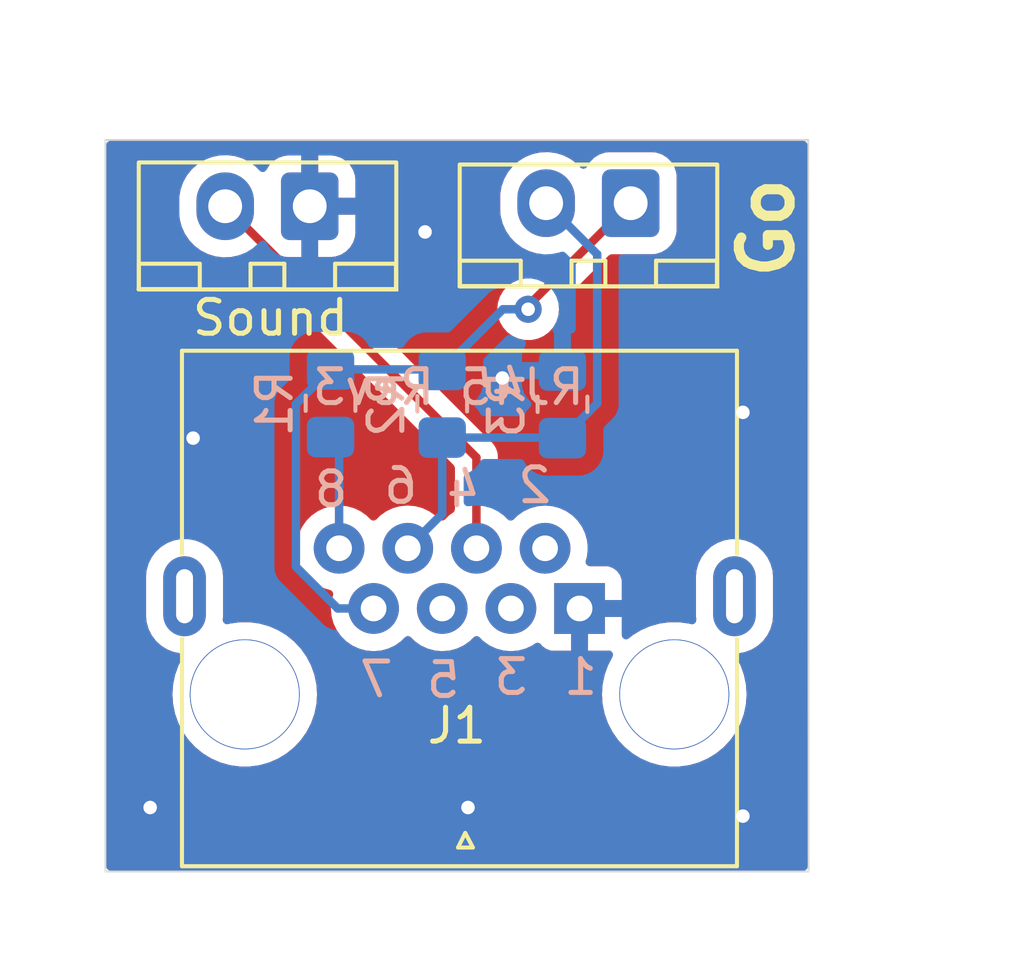
<source format=kicad_pcb>
(kicad_pcb (version 20221018) (generator pcbnew)
  (layers (0 "F.Cu" signal) (31 "B.Cu" signal) (34 "B.Paste" user) (35 "F.Paste" user) (36 "B.SilkS" user "B.Silkscreen") (37 "F.SilkS" user "F.Silkscreen") (38 "B.Mask" user) (39 "F.Mask" user) (44 "Edge.Cuts" user))
  (net 0 "")
  (net 1 "GND")
  (net 2 "+5V")
  (net 4 "Sound2")
  (net 6 "GoButton")
  (net 7 "+3.3V")
  (net 8 "Net-(J1-Pad8)")
  (footprint "Useful Modifications:RJ45_x08_Tab_Up" (layer "F.Cu") (at 150.6474 109.982)
    (fp_text reference "J1" (at 0.1524 -0.13208) (layer "F.SilkS"))
    (fp_text value "8P8C")
    (fp_line (start -7.97494 -11.21918) (end -7.97494 -5.207) (stroke (width 0.12)) (layer "F.SilkS"))
    (fp_line (start -7.97494 -11.21918) (end 8.43506 -11.21918) (stroke (width 0.12)) (layer "F.SilkS"))
    (fp_line (start -7.97494 4.02082) (end 8.43506 4.02082) (stroke (width 0.12)) (layer "F.SilkS"))
    (fp_line (start -7.97306 -2.71018) (end -7.97494 4.02082) (stroke (width 0.12)) (layer "F.SilkS"))
    (fp_line (start 0.18796 3.46964) (end 0.62738 3.46964) (stroke (width 0.12)) (layer "F.SilkS"))
    (fp_line (start 0.40132 3.03784) (end 0.18796 3.46964) (stroke (width 0.12)) (layer "F.SilkS"))
    (fp_line (start 0.62738 3.46964) (end 0.40132 3.03784) (stroke (width 0.12)) (layer "F.SilkS"))
    (fp_line (start 8.43506 -11.21918) (end 8.43506 -5.207) (stroke (width 0.12)) (layer "F.SilkS"))
    (fp_line (start 8.43694 -2.71018) (end 8.43506 4.02082) (stroke (width 0.12)) (layer "F.SilkS"))
    (pad "" np_thru_hole circle (at -6.11832 -1.05918 180) (size 3.25 3.25) (drill 3.2) (layers "*.Cu" "*.Mask"))
    (pad "" np_thru_hole circle (at 6.58168 -1.05918 180) (size 3.25 3.25) (drill 3.200001) (layers "*.Cu" "*.Mask"))
    (pad "1" thru_hole rect (at 3.78098 -3.59918) (size 1.5 1.5) (drill 0.76) (layers "*.Cu" "*.Mask") (net 1 "GND"))
    (pad "2" thru_hole circle (at 2.76098 -5.37918) (size 1.5 1.5) (drill 0.76) (layers "*.Cu" "*.Mask") (net 2 "+5V"))
    (pad "3" thru_hole circle (at 1.75098 -3.59918) (size 1.5 1.5) (drill 0.76) (layers "*.Cu" "*.Mask"))
    (pad "4" thru_hole circle (at 0.73098 -5.37918) (size 1.5 1.5) (drill 0.76) (layers "*.Cu" "*.Mask") (net 4 "Sound2"))
    (pad "5" thru_hole circle (at -0.27902 -3.59918) (size 1.5 1.5) (drill 0.76) (layers "*.Cu" "*.Mask"))
    (pad "6" thru_hole circle (at -1.29902 -5.37918) (size 1.5 1.5) (drill 0.76) (layers "*.Cu" "*.Mask") (net 6 "GoButton"))
    (pad "7" thru_hole circle (at -2.30902 -3.59918) (size 1.5 1.5) (drill 0.76) (layers "*.Cu" "*.Mask") (net 7 "+3.3V"))
    (pad "8" thru_hole circle (at -3.32902 -5.37918) (size 1.5 1.5) (drill 0.76) (layers "*.Cu" "*.Mask") (net 8 "Net-(J1-Pad8)"))
    (pad "9" thru_hole oval (at -7.89832 -3.96113 180) (size 1.259 2.362) (drill oval 0.5 1.6) (layers "*.Cu" "*.Mask"))
    (pad "10" thru_hole oval (at 8.36168 -3.96113 180) (size 1.259 2.362) (drill oval 0.5 1.6) (layers "*.Cu" "*.Mask"))
  )
  (footprint "Connector_JST:JST_XH_B2B-XH-A_1x02_P2.50mm_Vertical" (layer "F.Cu") (at 155.94 94.4 180)
    (fp_text reference "J2")
    (fp_text value "GoButton")
    (fp_line (start -2.55 -2.45) (end -2.55 -1.7) (stroke (width 0.12)) (layer "F.SilkS"))
    (fp_line (start -2.55 -1.7) (end -0.75 -1.7) (stroke (width 0.12)) (layer "F.SilkS"))
    (fp_line (start -0.75 -2.45) (end -2.55 -2.45) (stroke (width 0.12)) (layer "F.SilkS"))
    (fp_line (start -0.75 -1.7) (end -0.75 -2.45) (stroke (width 0.12)) (layer "F.SilkS"))
    (fp_line (start 0.75 -2.45) (end 0.75 -1.7) (stroke (width 0.12)) (layer "F.SilkS"))
    (fp_line (start 0.75 -1.7) (end 1.75 -1.7) (stroke (width 0.12)) (layer "F.SilkS"))
    (fp_line (start 1.75 -2.45) (end 0.75 -2.45) (stroke (width 0.12)) (layer "F.SilkS"))
    (fp_line (start 1.75 -1.7) (end 1.75 -2.45) (stroke (width 0.12)) (layer "F.SilkS"))
    (fp_line (start 3.25 -2.45) (end 3.25 -1.7) (stroke (width 0.12)) (layer "F.SilkS"))
    (fp_line (start 3.25 -1.7) (end 5.05 -1.7) (stroke (width 0.12)) (layer "F.SilkS"))
    (fp_line (start 5.05 -2.45) (end 3.25 -2.45) (stroke (width 0.12)) (layer "F.SilkS"))
    (fp_line (start 5.05 -1.7) (end 5.05 -2.45) (stroke (width 0.12)) (layer "F.SilkS"))
    (fp_line (start 5.06 -2.46) (end -2.56 -2.46) (stroke (width 0.12)) (layer "F.SilkS"))
    (fp_rect (start -2.56 -2.46) (end 5.0546 1.143) (stroke (width 0.12)) (fill none) (layer "F.SilkS"))
    (pad "1" thru_hole roundrect (at 0 0 180) (size 1.7 2) (drill 1) (layers "*.Cu" "*.Mask") (roundrect_rratio 0.1470588235) (net 7 "+3.3V"))
    (pad "2" thru_hole oval (at 2.5 0 180) (size 1.7 2) (drill 1) (layers "*.Cu" "*.Mask") (net 6 "GoButton"))
  )
  (footprint "Connector_JST:JST_XH_B2B-XH-A_1x02_P2.50mm_Vertical" (layer "F.Cu") (at 146.45 94.49 180)
    (fp_text reference "J3")
    (fp_text value "Sound" (at 1.162 -3.3) (layer "F.SilkS"))
    (fp_line (start -2.55 -2.45) (end -2.55 -1.7) (stroke (width 0.12)) (layer "F.SilkS"))
    (fp_line (start -2.55 -1.7) (end -0.75 -1.7) (stroke (width 0.12)) (layer "F.SilkS"))
    (fp_line (start -0.75 -2.45) (end -2.55 -2.45) (stroke (width 0.12)) (layer "F.SilkS"))
    (fp_line (start -0.75 -1.7) (end -0.75 -2.45) (stroke (width 0.12)) (layer "F.SilkS"))
    (fp_line (start 0.75 -2.45) (end 0.75 -1.7) (stroke (width 0.12)) (layer "F.SilkS"))
    (fp_line (start 0.75 -1.7) (end 1.75 -1.7) (stroke (width 0.12)) (layer "F.SilkS"))
    (fp_line (start 1.75 -2.45) (end 0.75 -2.45) (stroke (width 0.12)) (layer "F.SilkS"))
    (fp_line (start 1.75 -1.7) (end 1.75 -2.45) (stroke (width 0.12)) (layer "F.SilkS"))
    (fp_line (start 3.25 -2.45) (end 3.25 -1.7) (stroke (width 0.12)) (layer "F.SilkS"))
    (fp_line (start 3.25 -1.7) (end 5.05 -1.7) (stroke (width 0.12)) (layer "F.SilkS"))
    (fp_line (start 5.05 -2.45) (end 3.25 -2.45) (stroke (width 0.12)) (layer "F.SilkS"))
    (fp_line (start 5.05 -1.7) (end 5.05 -2.45) (stroke (width 0.12)) (layer "F.SilkS"))
    (fp_line (start 5.06 -2.46) (end -2.56 -2.46) (stroke (width 0.12)) (layer "F.SilkS"))
    (fp_rect (start -2.56 -2.46) (end 5.0546 1.2954) (stroke (width 0.12)) (fill none) (layer "F.SilkS"))
    (pad "1" thru_hole roundrect (at 0 0 180) (size 1.7 2) (drill 1) (layers "*.Cu" "*.Mask") (roundrect_rratio 0.1470588235) (net 1 "GND"))
    (pad "2" thru_hole oval (at 2.5 0 180) (size 1.7 2) (drill 1) (layers "*.Cu" "*.Mask") (net 4 "Sound2"))
  )
  (footprint "Resistor_SMD:R_0805_2012Metric_Pad1.20x1.40mm_HandSolder" (layer "B.Cu") (at 150.368 100.33 -90)
    (fp_text reference "R2" (at 0 1.65 -270) (layer "B.SilkS") (effects (justify mirror)))
    (fp_text value "10K")
    (fp_line (start -0.227064 -0.735) (end 0.227064 -0.735) (stroke (width 0.12)) (layer "B.SilkS"))
    (fp_line (start -0.227064 0.735) (end 0.227064 0.735) (stroke (width 0.12)) (layer "B.SilkS"))
    (pad "1" smd roundrect (at -1 0 270) (size 1.2 1.4) (layers "B.Cu" "B.Paste" "B.Mask") (roundrect_rratio 0.2083333333) (net 7 "+3.3V"))
    (pad "2" smd roundrect (at 1 0 270) (size 1.2 1.4) (layers "B.Cu" "B.Paste" "B.Mask") (roundrect_rratio 0.2083333333) (net 6 "GoButton"))
  )
  (footprint "Resistor_SMD:R_0805_2012Metric_Pad1.20x1.40mm_HandSolder" (layer "B.Cu") (at 147.066 100.314 -90)
    (fp_text reference "R1" (at 0 1.65 -270) (layer "B.SilkS") (effects (justify mirror)))
    (fp_text value "10K")
    (fp_line (start -0.227064 -0.735) (end 0.227064 -0.735) (stroke (width 0.12)) (layer "B.SilkS"))
    (fp_line (start -0.227064 0.735) (end 0.227064 0.735) (stroke (width 0.12)) (layer "B.SilkS"))
    (pad "1" smd roundrect (at -1 0 270) (size 1.2 1.4) (layers "B.Cu" "B.Paste" "B.Mask") (roundrect_rratio 0.2083333333) (net 7 "+3.3V"))
    (pad "2" smd roundrect (at 1 0 270) (size 1.2 1.4) (layers "B.Cu" "B.Paste" "B.Mask") (roundrect_rratio 0.2083333333) (net 8 "Net-(J1-Pad8)"))
  )
  (footprint "Resistor_SMD:R_0805_2012Metric_Pad1.20x1.40mm_HandSolder" (layer "B.Cu") (at 153.924 100.346 -90)
    (fp_text reference "R3" (at 0 1.65 -270) (layer "B.SilkS") (effects (justify mirror)))
    (fp_text value "10K")
    (fp_line (start -0.227064 -0.735) (end 0.227064 -0.735) (stroke (width 0.12)) (layer "B.SilkS"))
    (fp_line (start -0.227064 0.735) (end 0.227064 0.735) (stroke (width 0.12)) (layer "B.SilkS"))
    (pad "1" smd roundrect (at -1 0 270) (size 1.2 1.4) (layers "B.Cu" "B.Paste" "B.Mask") (roundrect_rratio 0.2083333333) (net 1 "GND"))
    (pad "2" smd roundrect (at 1 0 270) (size 1.2 1.4) (layers "B.Cu" "B.Paste" "B.Mask") (roundrect_rratio 0.2083333333) (net 6 "GoButton"))
  )
  (gr_line (start 161.19 92.53) (end 161.2 114.16) (stroke (width 0.05)) (layer "Edge.Cuts"))
  (gr_line (start 140.41 114.16) (end 140.41 92.53) (stroke (width 0.05)) (layer "Edge.Cuts"))
  (gr_line (start 161.2 114.16) (end 140.41 114.16) (stroke (width 0.05)) (layer "Edge.Cuts"))
  (gr_line (start 140.41 92.53) (end 161.19 92.53) (stroke (width 0.05)) (layer "Edge.Cuts"))
  (gr_text "4" (at 150.99 102.86) (layer "B.SilkS") (effects (font (size 1 1)) (justify mirror)))
  (gr_text "6" (at 149.14 102.76) (layer "B.SilkS") (effects (font (size 1 1)) (justify mirror)))
  (gr_text "7" (at 148.42 108.48) (layer "B.SilkS") (effects (font (size 1 1)) (justify mirror)))
  (gr_text "RJ45 Rev3" (at 150.55 99.84) (layer "B.SilkS") (effects (font (size 1 1)) (justify mirror)))
  (gr_text "3" (at 152.4 108.41) (layer "B.SilkS") (effects (font (size 1 1)) (justify mirror)))
  (gr_text "8" (at 147.08 102.86) (layer "B.SilkS") (effects (font (size 1 1)) (justify mirror)))
  (gr_text "1" (at 154.46 108.41) (layer "B.SilkS") (effects (font (size 1 1)) (justify mirror)))
  (gr_text "5" (at 150.4 108.5) (layer "B.SilkS") (effects (font (size 1 1)) (justify mirror)))
  (gr_text "2" (at 153.1 102.74) (layer "B.SilkS") (effects (font (size 1 1)) (justify mirror)))
  (gr_text "Go" (at 159.96 95.13 90) (layer "F.SilkS") (effects (font (size 1.5 1.5) (thickness 0.3))))
  (via (at 149.86 95.25) (size 0.8) (drill 0.4) (layers "F.Cu" "B.Cu") (net 1))
  (via (at 159.258 112.522) (size 0.8) (drill 0.4) (layers "F.Cu" "B.Cu") (net 1))
  (via (at 152.146 99.568) (size 0.8) (drill 0.4) (layers "F.Cu" "B.Cu") (net 1))
  (via (at 159.258 100.584) (size 0.8) (drill 0.4) (layers "F.Cu" "B.Cu") (net 1))
  (via (at 151.13 112.268) (size 0.8) (drill 0.4) (layers "F.Cu" "B.Cu") (net 1))
  (via (at 141.732 112.268) (size 0.8) (drill 0.4) (layers "F.Cu" "B.Cu") (net 1))
  (via (at 143.002 101.346) (size 0.8) (drill 0.4) (layers "F.Cu" "B.Cu") (net 1))
  (segment (start 151.37838 104.60282) (end 151.37838 101.91838) (width 0.25) (layer "F.Cu") (net 4))
  (segment (start 151.37838 101.91838) (end 143.95 94.49) (width 0.25) (layer "F.Cu") (net 4))
  (segment (start 154.949 95.909) (end 153.44 94.4) (width 0.25) (layer "B.Cu") (net 6))
  (segment (start 150.368 103.5832) (end 150.368 101.33) (width 0.25) (layer "B.Cu") (net 6))
  (segment (start 150.368 101.33) (end 153.908 101.33) (width 0.25) (layer "B.Cu") (net 6))
  (segment (start 154.949 100.321) (end 154.949 95.909) (width 0.25) (layer "B.Cu") (net 6))
  (segment (start 153.924 101.346) (end 154.949 100.321) (width 0.25) (layer "B.Cu") (net 6))
  (segment (start 153.908 101.33) (end 153.924 101.346) (width 0.25) (layer "B.Cu") (net 6))
  (segment (start 149.34838 104.60282) (end 150.368 103.5832) (width 0.25) (layer "B.Cu") (net 6))
  (segment (start 152.908 97.432) (end 155.94 94.4) (width 0.25) (layer "F.Cu") (net 7))
  (segment (start 152.908 97.536) (end 152.908 97.432) (width 0.25) (layer "F.Cu") (net 7))
  (via (at 152.908 97.536) (size 0.8) (drill 0.4) (layers "F.Cu" "B.Cu") (net 7))
  (segment (start 150.368 99.33) (end 152.162 97.536) (width 0.25) (layer "B.Cu") (net 7))
  (segment (start 146.041 105.1461) (end 146.041 100.339) (width 0.25) (layer "B.Cu") (net 7))
  (segment (start 152.162 97.536) (end 152.908 97.536) (width 0.25) (layer "B.Cu") (net 7))
  (segment (start 147.27772 106.38282) (end 146.041 105.1461) (width 0.25) (layer "B.Cu") (net 7))
  (segment (start 146.041 100.339) (end 147.066 99.314) (width 0.25) (layer "B.Cu") (net 7))
  (segment (start 150.352 99.314) (end 150.368 99.33) (width 0.25) (layer "B.Cu") (net 7))
  (segment (start 148.33838 106.38282) (end 147.27772 106.38282) (width 0.25) (layer "B.Cu") (net 7))
  (segment (start 147.066 99.314) (end 150.352 99.314) (width 0.25) (layer "B.Cu") (net 7))
  (segment (start 147.31838 101.56638) (end 147.066 101.314) (width 0.25) (layer "B.Cu") (net 8))
  (segment (start 147.31838 104.60282) (end 147.31838 101.56638) (width 0.25) (layer "B.Cu") (net 8))
  (zone (net 1) (net_name "GND") (layers "F&B.Cu") (connect_pads (clearance 0.508)) (min_thickness 0.25) (fill yes (thermal_gap 0.5) (thermal_bridge_width 0.5))
    (polygon (pts (xy 164.592 116.84) (xy 137.414 116.332) (xy 137.414 88.392) (xy 163.83 88.392)))
  )
)
</source>
